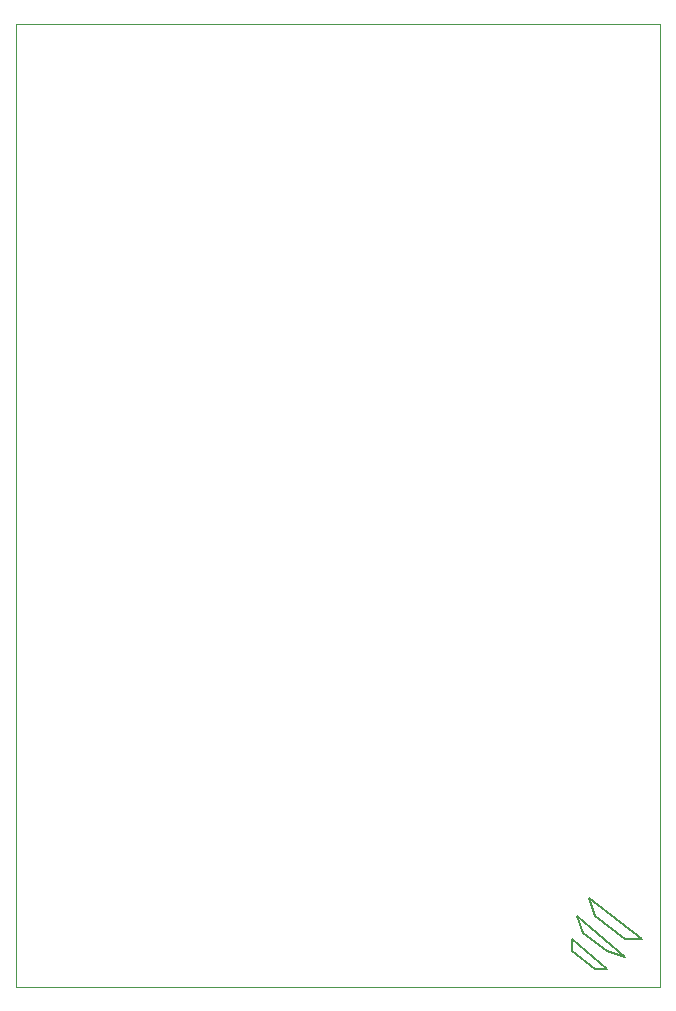
<source format=gbr>
%TF.GenerationSoftware,KiCad,Pcbnew,9.0.1*%
%TF.CreationDate,2025-04-08T04:17:53-04:00*%
%TF.ProjectId,juiceshanghai,6a756963-6573-4686-916e-676861692e6b,rev?*%
%TF.SameCoordinates,Original*%
%TF.FileFunction,Profile,NP*%
%FSLAX46Y46*%
G04 Gerber Fmt 4.6, Leading zero omitted, Abs format (unit mm)*
G04 Created by KiCad (PCBNEW 9.0.1) date 2025-04-08 04:17:53*
%MOMM*%
%LPD*%
G01*
G04 APERTURE LIST*
%TA.AperFunction,Profile*%
%ADD10C,0.200000*%
%TD*%
%TA.AperFunction,Profile*%
%ADD11C,0.050000*%
%TD*%
G04 APERTURE END LIST*
D10*
X175000000Y-146500000D02*
X174000000Y-146500000D01*
X172000000Y-145000000D01*
X172000000Y-144000000D01*
X175000000Y-146500000D01*
X176500000Y-145500000D02*
X175000000Y-145000000D01*
X173000000Y-143500000D01*
X172500000Y-142000000D01*
X176500000Y-145500000D01*
X178000000Y-144000000D02*
X176500000Y-144000000D01*
X174000000Y-142000000D01*
X173500000Y-140500000D01*
X178000000Y-144000000D01*
D11*
X125000000Y-66500000D02*
X179500000Y-66500000D01*
X179500000Y-148000000D01*
X125000000Y-148000000D01*
X125000000Y-66500000D01*
M02*

</source>
